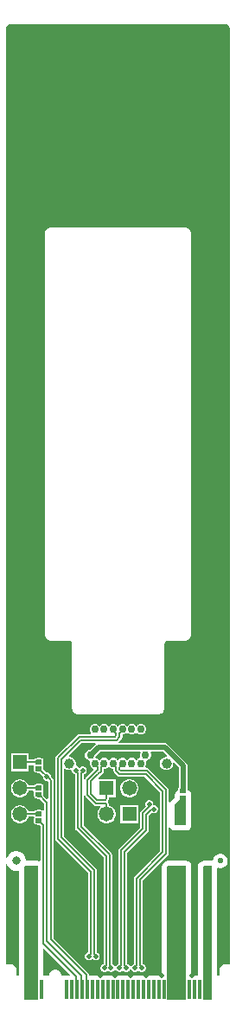
<source format=gbl>
G04*
G04 #@! TF.GenerationSoftware,Altium Limited,Altium Designer,24.5.2 (23)*
G04*
G04 Layer_Physical_Order=2*
G04 Layer_Color=16711680*
%FSLAX44Y44*%
%MOMM*%
G71*
G04*
G04 #@! TF.SameCoordinates,B7296A9B-97E8-4630-929D-2966843682D6*
G04*
G04*
G04 #@! TF.FilePolarity,Positive*
G04*
G01*
G75*
%ADD11C,0.2000*%
%ADD33R,1.4732X1.4732*%
%ADD34C,1.4732*%
%ADD35C,5.5000*%
%ADD36O,1.2080X2.4160*%
%ADD37O,1.4080X2.8160*%
%ADD38C,0.7500*%
%ADD39C,1.0000*%
%ADD40C,0.8000*%
%ADD41C,0.5500*%
%ADD42C,0.5000*%
%ADD43R,0.4000X0.4000*%
%ADD44R,0.3500X1.9500*%
%ADD45C,0.5000*%
G36*
X34786Y240293D02*
X35500Y240000D01*
Y235750D01*
X29500D01*
X29500Y240000D01*
Y240000D01*
X30214Y240293D01*
X31728Y240592D01*
X33272Y240592D01*
X34786Y240293D01*
D02*
G37*
G36*
X35500Y229500D02*
X35500D01*
X34786Y229207D01*
X33272Y228908D01*
X31728Y228908D01*
X30214Y229207D01*
X29500Y229500D01*
X29500Y233750D01*
X35500D01*
X35500Y229500D01*
D02*
G37*
G36*
X34786Y215043D02*
X35500Y214750D01*
Y210500D01*
X29500D01*
X29500Y214750D01*
Y214750D01*
X30214Y215043D01*
X31728Y215342D01*
X33272Y215342D01*
X34786Y215043D01*
D02*
G37*
G36*
X35500Y204250D02*
X35500D01*
X34786Y203957D01*
X33272Y203658D01*
X31728Y203658D01*
X30214Y203957D01*
X29500Y204250D01*
X29500Y208500D01*
X35500D01*
X35500Y204250D01*
D02*
G37*
G36*
X34786Y189543D02*
X35500Y189250D01*
Y185000D01*
X29500D01*
X29500Y189250D01*
Y189250D01*
X30214Y189543D01*
X31728Y189842D01*
X33272Y189842D01*
X34786Y189543D01*
D02*
G37*
G36*
X35500Y178750D02*
X35500D01*
X34786Y178457D01*
X33272Y178158D01*
X31728Y178158D01*
X30214Y178457D01*
X29500Y178750D01*
X29500Y183000D01*
X35500D01*
X35500Y178750D01*
D02*
G37*
G36*
X217832Y959488D02*
X219238Y958082D01*
X220000Y956245D01*
Y955250D01*
Y41999D01*
Y41601D01*
X219695Y40867D01*
X219133Y40304D01*
X218398Y40000D01*
X214500Y40000D01*
X213525Y39904D01*
X211722Y39158D01*
X210342Y37779D01*
X209686Y36194D01*
X209595Y35977D01*
X209499Y35001D01*
X209499D01*
X209499Y35001D01*
X209499Y28999D01*
X206848D01*
X206848Y133790D01*
X208118Y134576D01*
X209334Y134250D01*
X211178D01*
X212958Y134727D01*
X214554Y135649D01*
X215857Y136952D01*
X216779Y138548D01*
X217256Y140328D01*
Y142171D01*
X216779Y143952D01*
X215857Y145548D01*
X214554Y146851D01*
X212958Y147773D01*
X211178Y148250D01*
X209334D01*
X207554Y147773D01*
X205958Y146851D01*
X204655Y145548D01*
X203733Y143952D01*
X203256Y142172D01*
X201986Y141301D01*
X201750Y141348D01*
X194148Y141348D01*
X192197Y140960D01*
X190543Y139855D01*
X189645Y138957D01*
X188540Y137303D01*
X188152Y135352D01*
X188152Y28999D01*
X181849D01*
X181849Y136250D01*
X181461Y138201D01*
X180356Y139855D01*
X180356Y139855D01*
X178702Y140960D01*
X176751Y141348D01*
X159148Y141348D01*
X157197Y140960D01*
X155543Y139855D01*
X154645Y138957D01*
X153540Y137303D01*
X153152Y135352D01*
X153152Y28999D01*
X81799Y28999D01*
Y29750D01*
X81605Y30726D01*
X81052Y31552D01*
X46799Y65806D01*
Y220000D01*
X46605Y220975D01*
X46052Y221802D01*
X44500Y223355D01*
Y224546D01*
X43891Y226016D01*
X42766Y227141D01*
X41296Y227750D01*
X40105D01*
X37124Y230731D01*
X37124Y233750D01*
X36709Y234750D01*
X37124Y235750D01*
Y240000D01*
X36999Y240301D01*
X36998Y240626D01*
X36771Y240852D01*
X36648Y241148D01*
X36348Y241273D01*
X36117Y241502D01*
X35403Y241795D01*
X35238Y241795D01*
X35101Y241886D01*
X33586Y242185D01*
X33424Y242152D01*
X33272Y242216D01*
X31728Y242216D01*
X31576Y242152D01*
X31414Y242185D01*
X29900Y241886D01*
X29762Y241794D01*
X29597Y241795D01*
X28883Y241502D01*
X28653Y241273D01*
X28352Y241148D01*
X28229Y240852D01*
X28002Y240626D01*
X28001Y240301D01*
X28000Y240299D01*
X22832D01*
Y246666D01*
X5100D01*
Y228934D01*
X22832D01*
Y235201D01*
X27103D01*
X27951Y233931D01*
X27876Y233750D01*
X27876Y229500D01*
X28001Y229200D01*
X28002Y228874D01*
X28229Y228648D01*
X28352Y228352D01*
X28652Y228227D01*
X28883Y227998D01*
X29597Y227705D01*
X29762Y227705D01*
X29899Y227614D01*
X31414Y227315D01*
X31576Y227348D01*
X31728Y227284D01*
X33272Y227284D01*
X33335Y227311D01*
X36500Y224145D01*
Y222954D01*
X37109Y221484D01*
X38234Y220359D01*
X39704Y219750D01*
X40895D01*
X41701Y218944D01*
Y202563D01*
X40528Y202077D01*
X37124Y205481D01*
X37124Y208500D01*
X36709Y209500D01*
X37124Y210500D01*
Y214750D01*
X36999Y215051D01*
X36998Y215376D01*
X36771Y215602D01*
X36648Y215898D01*
X36348Y216023D01*
X36117Y216252D01*
X35403Y216545D01*
X35238Y216545D01*
X35101Y216636D01*
X33586Y216935D01*
X33424Y216903D01*
X33272Y216966D01*
X31728Y216966D01*
X31576Y216903D01*
X31414Y216935D01*
X29900Y216636D01*
X29762Y216545D01*
X29597Y216545D01*
X28883Y216252D01*
X28653Y216023D01*
X28352Y215898D01*
X28229Y215602D01*
X28002Y215376D01*
X28001Y215051D01*
X27980Y214999D01*
X22448D01*
X22228Y215822D01*
X21061Y217844D01*
X19410Y219495D01*
X17388Y220662D01*
X15133Y221266D01*
X12799D01*
X10544Y220662D01*
X8522Y219495D01*
X6871Y217844D01*
X5704Y215822D01*
X5100Y213567D01*
Y211233D01*
X5704Y208978D01*
X6871Y206956D01*
X8522Y205305D01*
X10544Y204138D01*
X12799Y203534D01*
X15133D01*
X17388Y204138D01*
X19410Y205305D01*
X21061Y206956D01*
X22228Y208978D01*
X22475Y209901D01*
X27082D01*
X27931Y208631D01*
X27876Y208500D01*
X27876Y204250D01*
X28001Y203950D01*
X28002Y203624D01*
X28229Y203398D01*
X28352Y203102D01*
X28652Y202977D01*
X28883Y202748D01*
X29597Y202455D01*
X29762Y202455D01*
X29899Y202364D01*
X31414Y202065D01*
X31576Y202097D01*
X31728Y202034D01*
X33272Y202034D01*
X33335Y202061D01*
X37951Y197444D01*
Y191008D01*
X36807Y190336D01*
X36648Y190398D01*
X36348Y190523D01*
X36117Y190752D01*
X35403Y191045D01*
X35238Y191045D01*
X35101Y191136D01*
X33586Y191435D01*
X33424Y191402D01*
X33272Y191466D01*
X31728Y191466D01*
X31576Y191402D01*
X31414Y191435D01*
X29900Y191136D01*
X29762Y191045D01*
X29597Y191045D01*
X28883Y190752D01*
X28653Y190523D01*
X28352Y190398D01*
X28229Y190102D01*
X28002Y189876D01*
X28001Y189550D01*
X28000Y189549D01*
X22462D01*
X22228Y190422D01*
X21061Y192444D01*
X19410Y194095D01*
X17388Y195262D01*
X15133Y195866D01*
X12799D01*
X10544Y195262D01*
X8522Y194095D01*
X6871Y192444D01*
X5704Y190422D01*
X5100Y188167D01*
Y185833D01*
X5704Y183578D01*
X6871Y181556D01*
X8522Y179905D01*
X10544Y178738D01*
X12799Y178134D01*
X15133D01*
X17388Y178738D01*
X19410Y179905D01*
X21061Y181556D01*
X22228Y183578D01*
X22462Y184451D01*
X27103D01*
X27951Y183181D01*
X27876Y183000D01*
X27876Y178750D01*
X28001Y178449D01*
X28002Y178124D01*
X28229Y177898D01*
X28352Y177602D01*
X28652Y177477D01*
X28883Y177248D01*
X29597Y176955D01*
X29762Y176955D01*
X29899Y176864D01*
X31414Y176565D01*
X31576Y176597D01*
X31728Y176534D01*
X33272Y176534D01*
X33335Y176560D01*
X34201Y175694D01*
Y142057D01*
X34188Y142027D01*
X32931Y141113D01*
X31750Y141348D01*
X19756Y141348D01*
Y142501D01*
X19109Y144917D01*
X17858Y147083D01*
X16089Y148852D01*
X13923Y150103D01*
X11507Y150750D01*
X9005D01*
X6589Y150103D01*
X4423Y148852D01*
X2654Y147083D01*
X1403Y144917D01*
X1270Y144419D01*
X-0Y144586D01*
X-0Y955250D01*
Y956244D01*
X761Y958082D01*
X2167Y959488D01*
X4004Y960249D01*
X4999D01*
X4999Y960249D01*
X215995D01*
X217832Y959488D01*
D02*
G37*
G36*
X1403Y137583D02*
X2654Y135417D01*
X4423Y133648D01*
X6589Y132397D01*
X9005Y131750D01*
X11507D01*
X12140Y131920D01*
X13147Y131146D01*
X13154Y29897D01*
X12256Y28999D01*
X10500D01*
X10500Y35001D01*
X10404Y35977D01*
X9657Y37779D01*
X8277Y39158D01*
X6661Y39827D01*
X6474Y39904D01*
X5502Y39999D01*
X5499Y40000D01*
X5499Y40000D01*
X5499Y40000D01*
X1601D01*
X867Y40304D01*
X304Y40867D01*
X0Y41601D01*
X-0Y137914D01*
X1270Y138081D01*
X1403Y137583D01*
D02*
G37*
G36*
X63473Y30173D02*
X62987Y28999D01*
X54750D01*
X54635Y30170D01*
X53739Y32333D01*
X52084Y33989D01*
X49921Y34886D01*
X48750Y35001D01*
X47579Y34886D01*
X45416Y33989D01*
X43761Y32333D01*
X42884Y30214D01*
X42866Y30170D01*
X42751Y28999D01*
X36848D01*
X36848Y55138D01*
X38022Y55624D01*
X63473Y30173D01*
D02*
G37*
G36*
X201750Y136250D02*
X201750Y5500D01*
X193251D01*
X193250Y20500D01*
X193250Y135352D01*
X194148Y136250D01*
X201750Y136250D01*
D02*
G37*
G36*
X176751Y136250D02*
X176751Y26500D01*
X176750D01*
Y5500D01*
X158251D01*
Y26500D01*
X158250D01*
X158250Y135352D01*
X159148Y136250D01*
X176751Y136250D01*
D02*
G37*
G36*
X31750Y136250D02*
X31750Y26500D01*
X31749D01*
Y5500D01*
X18254D01*
X18245Y135019D01*
X19447Y136250D01*
X31750Y136250D01*
D02*
G37*
%LPC*%
G36*
X44005Y761622D02*
X43707Y761498D01*
X43384Y761498D01*
X41546Y760738D01*
X41318Y760509D01*
X41020Y760386D01*
X39613Y758979D01*
X39490Y758681D01*
X39261Y758453D01*
X38500Y756616D01*
X38500Y756293D01*
X38377Y755994D01*
X38377Y755000D01*
X38377Y755000D01*
X38377Y755000D01*
X38377Y363500D01*
Y362505D01*
X38500Y362207D01*
Y361884D01*
X39261Y360047D01*
X39490Y359818D01*
X39613Y359520D01*
X41020Y358114D01*
X41318Y357990D01*
X41546Y357762D01*
X43383Y357001D01*
X43706D01*
X44005Y356877D01*
X44999D01*
X61671Y356876D01*
X62327Y356811D01*
X63608Y356281D01*
X64530Y355358D01*
X65061Y354077D01*
X65126Y353421D01*
X65127Y291252D01*
Y290258D01*
X65251Y289960D01*
Y289637D01*
X66012Y287799D01*
X66240Y287571D01*
X66364Y287273D01*
X67770Y285867D01*
X68068Y285743D01*
X68297Y285515D01*
X70134Y284754D01*
X70457D01*
X70755Y284630D01*
X71750D01*
X148751Y284631D01*
X149745D01*
X150043Y284754D01*
X150366D01*
X152204Y285515D01*
X152432Y285743D01*
X152731Y285867D01*
X154137Y287273D01*
X154260Y287572D01*
X154488Y287800D01*
X155250Y289637D01*
Y289960D01*
X155373Y290259D01*
Y291253D01*
X155374Y353421D01*
X155439Y354077D01*
X155969Y355358D01*
X156892Y356280D01*
X158173Y356811D01*
X158829Y356876D01*
X175001Y356877D01*
X175995D01*
X176294Y357001D01*
X176616D01*
X178454Y357762D01*
X178682Y357990D01*
X178980Y358114D01*
X180387Y359520D01*
X180510Y359818D01*
X180739Y360047D01*
X181500Y361884D01*
Y362207D01*
X181623Y362505D01*
Y363500D01*
Y755000D01*
Y755994D01*
X181500Y756292D01*
Y756615D01*
X180739Y758453D01*
X180510Y758681D01*
X180387Y758979D01*
X178980Y760385D01*
X178682Y760509D01*
X178454Y760737D01*
X176616Y761498D01*
X176294D01*
X175995Y761622D01*
X44999D01*
X44999Y761622D01*
X44005Y761622D01*
D02*
G37*
G36*
X133544Y275500D02*
X131456D01*
X129526Y274701D01*
X128830Y274004D01*
X128000Y273268D01*
X127170Y274004D01*
X126474Y274701D01*
X124544Y275500D01*
X122456D01*
X120526Y274701D01*
X119830Y274004D01*
X119000Y273268D01*
X118170Y274004D01*
X117474Y274701D01*
X115544Y275500D01*
X113456D01*
X111526Y274701D01*
X110830Y274004D01*
X110000Y273268D01*
X109170Y274004D01*
X108474Y274701D01*
X106544Y275500D01*
X104456D01*
X102526Y274701D01*
X101830Y274004D01*
X101000Y273268D01*
X100170Y274004D01*
X99474Y274701D01*
X97544Y275500D01*
X95456D01*
X93526Y274701D01*
X92830Y274004D01*
X92000Y273268D01*
X91170Y274004D01*
X90474Y274701D01*
X88544Y275500D01*
X86456D01*
X84526Y274701D01*
X83049Y273224D01*
X82250Y271294D01*
Y269206D01*
X83049Y267276D01*
X83506Y266819D01*
X82980Y265549D01*
X72000D01*
X71024Y265355D01*
X70198Y264802D01*
X49448Y244052D01*
X48895Y243225D01*
X48701Y242250D01*
Y162750D01*
X48895Y161775D01*
X49448Y160948D01*
X80701Y129694D01*
Y51895D01*
X79484Y51391D01*
X78359Y50266D01*
X77750Y48796D01*
Y47204D01*
X78359Y45734D01*
X79484Y44609D01*
X80954Y44000D01*
X82546D01*
X84016Y44609D01*
X85000Y45593D01*
X85984Y44609D01*
X87454Y44000D01*
X89046D01*
X90516Y44609D01*
X91641Y45734D01*
X92250Y47204D01*
Y48796D01*
X91641Y50266D01*
X90516Y51391D01*
X89299Y51895D01*
Y132200D01*
X89105Y133175D01*
X88552Y134002D01*
X57299Y165256D01*
Y231099D01*
X57896Y231347D01*
X58569Y231514D01*
X59991Y230693D01*
X61644Y230250D01*
X63356D01*
X63993Y230421D01*
X65000Y229648D01*
Y229204D01*
X65609Y227734D01*
X66734Y226609D01*
X67951Y226105D01*
Y201740D01*
X67951Y201740D01*
Y173500D01*
X68145Y172525D01*
X68698Y171698D01*
X95702Y144693D01*
Y40395D01*
X94486Y39891D01*
X93360Y38766D01*
X92751Y37296D01*
Y35704D01*
X93360Y34234D01*
X94486Y33109D01*
X95956Y32500D01*
X97547D01*
X99017Y33109D01*
X100001Y34093D01*
X100986Y33109D01*
X102456Y32500D01*
X104047D01*
X105517Y33109D01*
X106642Y34234D01*
X106813Y34647D01*
X108188D01*
X108359Y34234D01*
X109484Y33109D01*
X110954Y32500D01*
X112546D01*
X114016Y33109D01*
X115000Y34093D01*
X115984Y33109D01*
X117454Y32500D01*
X119046D01*
X120516Y33109D01*
X121641Y34234D01*
X121813Y34650D01*
X123188D01*
X123360Y34234D01*
X124486Y33109D01*
X125956Y32500D01*
X127547D01*
X129017Y33109D01*
X130001Y34093D01*
X130985Y33109D01*
X132456Y32500D01*
X134047D01*
X135517Y33109D01*
X136642Y34234D01*
X137251Y35704D01*
Y37296D01*
X136642Y38766D01*
X135517Y39891D01*
X134300Y40395D01*
Y82165D01*
X134324Y82285D01*
Y121719D01*
X159052Y146448D01*
X159605Y147275D01*
X159799Y148250D01*
Y173496D01*
X161069Y173882D01*
X161895Y172645D01*
X163549Y171540D01*
X165500Y171152D01*
X176750D01*
X178701Y171540D01*
X180355Y172645D01*
X181460Y174299D01*
X181848Y176250D01*
Y205500D01*
X181460Y207451D01*
X180355Y209105D01*
X178701Y210210D01*
X178374Y210275D01*
Y211750D01*
X178249Y212050D01*
X178248Y212376D01*
X178021Y212602D01*
X177898Y212898D01*
X177828Y212927D01*
Y234750D01*
X177518Y236311D01*
X176634Y237634D01*
X176634Y237634D01*
X158884Y255384D01*
X157561Y256268D01*
X156000Y256578D01*
X156000Y256578D01*
X110941D01*
X110585Y257232D01*
X110481Y257848D01*
X113552Y260919D01*
X114105Y261746D01*
X114299Y262722D01*
Y265000D01*
X115544D01*
X117474Y265799D01*
X118170Y266496D01*
X119000Y267232D01*
X119830Y266496D01*
X120526Y265799D01*
X122456Y265000D01*
X124544D01*
X126474Y265799D01*
X127170Y266496D01*
X128000Y267232D01*
X128830Y266496D01*
X129526Y265799D01*
X131456Y265000D01*
X133544D01*
X135474Y265799D01*
X136951Y267276D01*
X137750Y269206D01*
Y271294D01*
X136951Y273224D01*
X135474Y274701D01*
X133544Y275500D01*
D02*
G37*
%LPD*%
G36*
X132312Y247152D02*
X131750Y245794D01*
Y243706D01*
X131991Y243124D01*
X131137Y241868D01*
X129526Y241201D01*
X128830Y240504D01*
X128000Y239768D01*
X127170Y240504D01*
X126474Y241201D01*
X124544Y242000D01*
X122456D01*
X120526Y241201D01*
X119830Y240504D01*
X119000Y239768D01*
X118170Y240504D01*
X117474Y241201D01*
X115544Y242000D01*
X113456D01*
X111526Y241201D01*
X110830Y240504D01*
X110000Y239768D01*
X109170Y240504D01*
X108474Y241201D01*
X106544Y242000D01*
X104456D01*
X102526Y241201D01*
X101830Y240504D01*
X101000Y239768D01*
X100170Y240504D01*
X99474Y241201D01*
X97544Y242000D01*
X95456D01*
X93526Y241201D01*
X92830Y240504D01*
X92000Y239768D01*
X91170Y240504D01*
X90474Y241201D01*
X88863Y241868D01*
X88009Y243124D01*
X88250Y243706D01*
Y244232D01*
X92439Y248422D01*
X131588D01*
X132312Y247152D01*
D02*
G37*
G36*
X88311Y255681D02*
X87866Y255384D01*
X82482Y250000D01*
X81956D01*
X80026Y249201D01*
X78549Y247724D01*
X77750Y245794D01*
Y243706D01*
X78549Y241776D01*
X80026Y240299D01*
X81637Y239632D01*
X82491Y238376D01*
X82250Y237794D01*
Y235706D01*
X83049Y233776D01*
X84526Y232299D01*
X85850Y231751D01*
X86222Y230327D01*
X78448Y222552D01*
X77895Y221725D01*
X77819Y221343D01*
X76549Y221468D01*
Y226105D01*
X77766Y226609D01*
X78891Y227734D01*
X79500Y229204D01*
Y230796D01*
X78891Y232266D01*
X77766Y233391D01*
X76296Y234000D01*
X74704D01*
X73234Y233391D01*
X72250Y232407D01*
X71266Y233391D01*
X69796Y234000D01*
X68833Y235270D01*
X69000Y235894D01*
Y237606D01*
X68557Y239259D01*
X67701Y240741D01*
X66491Y241951D01*
X65009Y242807D01*
X63356Y243250D01*
X62600D01*
X62074Y244520D01*
X74506Y256951D01*
X87926D01*
X88311Y255681D01*
D02*
G37*
G36*
X176036Y212043D02*
X176750Y211750D01*
Y207500D01*
X170750D01*
X170750Y211750D01*
Y211750D01*
X171464Y212043D01*
X172978Y212342D01*
X174522Y212342D01*
X176036Y212043D01*
D02*
G37*
G36*
X158212Y244520D02*
X157686Y243250D01*
X156644D01*
X154991Y242807D01*
X153509Y241951D01*
X152299Y240741D01*
X151443Y239259D01*
X151000Y237606D01*
Y235894D01*
X151443Y234241D01*
X152299Y232759D01*
X153509Y231549D01*
X154991Y230693D01*
X156644Y230250D01*
X158356D01*
X160009Y230693D01*
X161491Y231549D01*
X162701Y232759D01*
X163557Y234241D01*
X164000Y235894D01*
Y236936D01*
X165270Y237462D01*
X169672Y233061D01*
Y212927D01*
X169602Y212898D01*
X169479Y212602D01*
X169252Y212376D01*
X169251Y212050D01*
X169126Y211750D01*
Y210275D01*
X168799Y210210D01*
X167145Y209105D01*
X166040Y207451D01*
X165652Y205500D01*
Y203612D01*
X161895Y199855D01*
X161069Y198618D01*
X159799Y199004D01*
Y211200D01*
X159605Y212175D01*
X159052Y213002D01*
X140502Y231552D01*
X139675Y232105D01*
X138700Y232299D01*
X137270D01*
X136744Y233569D01*
X136951Y233776D01*
X137750Y235706D01*
Y237794D01*
X137509Y238376D01*
X138363Y239632D01*
X139974Y240299D01*
X141451Y241776D01*
X142250Y243706D01*
Y245794D01*
X141688Y247152D01*
X142412Y248422D01*
X154311D01*
X158212Y244520D01*
D02*
G37*
G36*
X101830Y232996D02*
X102526Y232299D01*
X104456Y231500D01*
X105701D01*
Y229472D01*
X105895Y228496D01*
X106448Y227669D01*
X109670Y224448D01*
X110496Y223895D01*
X111472Y223701D01*
X126111D01*
X126111Y223701D01*
X136194D01*
X151201Y208694D01*
Y150756D01*
X126473Y126027D01*
X125920Y125200D01*
X125726Y124225D01*
Y83830D01*
X125702Y83711D01*
Y40395D01*
X124486Y39891D01*
X123360Y38766D01*
X123188Y38350D01*
X121813D01*
X121641Y38766D01*
X120516Y39891D01*
X119299Y40395D01*
Y149444D01*
X139552Y169698D01*
X140105Y170525D01*
X140299Y171500D01*
Y185565D01*
X143237Y188504D01*
X144454Y188000D01*
X146046D01*
X147516Y188609D01*
X148641Y189734D01*
X149250Y191204D01*
Y192796D01*
X148641Y194266D01*
X147516Y195391D01*
X146046Y196000D01*
X144654D01*
Y197392D01*
X144045Y198862D01*
X142920Y199987D01*
X141449Y200596D01*
X139858D01*
X138388Y199987D01*
X137263Y198862D01*
X136654Y197392D01*
Y195800D01*
X137158Y194584D01*
X132448Y189873D01*
X131895Y189046D01*
X131701Y188071D01*
Y174006D01*
X111448Y153752D01*
X110895Y152925D01*
X110701Y151950D01*
Y40395D01*
X109484Y39891D01*
X108359Y38766D01*
X108188Y38353D01*
X106813D01*
X106642Y38766D01*
X105517Y39891D01*
X104300Y40395D01*
Y147198D01*
X104106Y148174D01*
X103554Y149001D01*
X76549Y176005D01*
Y203189D01*
X76549Y203190D01*
Y205032D01*
X77819Y205157D01*
X77895Y204774D01*
X78448Y203948D01*
X86448Y195948D01*
X87275Y195395D01*
X88250Y195201D01*
X92670D01*
X93043Y193931D01*
X91655Y192544D01*
X90488Y190522D01*
X89884Y188267D01*
Y185933D01*
X90488Y183678D01*
X91655Y181656D01*
X93306Y180005D01*
X95328Y178838D01*
X97583Y178234D01*
X99917D01*
X102172Y178838D01*
X104194Y180005D01*
X105845Y181656D01*
X107012Y183678D01*
X107616Y185933D01*
Y188267D01*
X107012Y190522D01*
X105845Y192544D01*
X104194Y194195D01*
X102172Y195362D01*
X101299Y195596D01*
Y196578D01*
X101105Y197554D01*
X100552Y198381D01*
X100068Y198865D01*
Y200135D01*
X100552Y200619D01*
X101105Y201446D01*
X101299Y202422D01*
Y203634D01*
X107616D01*
Y221366D01*
X91217D01*
X90690Y222636D01*
X92063Y224008D01*
X92331Y224187D01*
X95552Y227409D01*
X96105Y228236D01*
X96299Y229211D01*
Y231500D01*
X97544D01*
X99474Y232299D01*
X100170Y232996D01*
X101000Y233732D01*
X101830Y232996D01*
D02*
G37*
G36*
X176750Y176250D02*
X165500D01*
Y196250D01*
X170750Y201500D01*
X170750Y205500D01*
X176750D01*
Y176250D01*
D02*
G37*
%LPC*%
G36*
X122417Y221366D02*
X120083D01*
X117828Y220762D01*
X115806Y219595D01*
X114155Y217944D01*
X112988Y215922D01*
X112384Y213667D01*
Y211333D01*
X112988Y209078D01*
X114155Y207056D01*
X115806Y205405D01*
X117828Y204238D01*
X120083Y203634D01*
X122417D01*
X124672Y204238D01*
X126694Y205405D01*
X128345Y207056D01*
X129512Y209078D01*
X130116Y211333D01*
Y213667D01*
X129512Y215922D01*
X128345Y217944D01*
X126694Y219595D01*
X124672Y220762D01*
X122417Y221366D01*
D02*
G37*
G36*
X130116Y195966D02*
X112384D01*
Y178234D01*
X130116D01*
Y195966D01*
D02*
G37*
%LPD*%
D11*
X36750Y60500D02*
X69250Y28000D01*
X40500Y62750D02*
X74249Y29001D01*
X36750Y60500D02*
Y176750D01*
X32500Y231750D02*
X44250Y220000D01*
X32500Y206500D02*
X40500Y198500D01*
X44250Y64750D02*
Y220000D01*
X32500Y181000D02*
X36750Y176750D01*
X44250Y64750D02*
X79250Y29750D01*
X40500Y62750D02*
Y198500D01*
X69250Y16000D02*
Y28000D01*
X74249Y16000D02*
Y29001D01*
X138700Y229750D02*
X157250Y211200D01*
X131775Y122775D02*
X157250Y148250D01*
Y211200D01*
X153750Y149700D02*
Y209750D01*
X137250Y226250D02*
X153750Y209750D01*
X128275Y124225D02*
X153750Y149700D01*
X74000Y227688D02*
X75500Y229188D01*
Y230000D01*
X69000Y229188D02*
Y230000D01*
X70500Y201740D02*
Y227688D01*
Y201740D02*
X70500Y201740D01*
X74000Y203189D02*
Y227688D01*
X74000Y174950D02*
Y203189D01*
X70500Y173500D02*
Y201740D01*
X74000Y203189D02*
X74000Y203189D01*
X69000Y229188D02*
X70500Y227688D01*
X70500Y173500D02*
X98251Y145749D01*
X74000Y174950D02*
X101751Y147198D01*
X90439Y225990D02*
X90528D01*
X80250Y220750D02*
X88990Y229490D01*
X90528Y225990D02*
X93750Y229211D01*
X83750Y219300D02*
X90439Y225990D01*
X73450Y259500D02*
X89839D01*
X72000Y263000D02*
X91289D01*
X51250Y242250D02*
X72000Y263000D01*
X54750Y240800D02*
X73450Y259500D01*
X80250Y205750D02*
Y220750D01*
X83750Y207200D02*
Y219300D01*
X89078Y229490D02*
X90250Y230661D01*
X87500Y235578D02*
X90250Y232828D01*
X87500Y235578D02*
Y236750D01*
X88990Y229490D02*
X89078D01*
X90250Y230661D02*
Y232828D01*
X83750Y207200D02*
X89700Y201250D01*
X97578D02*
X98750Y202422D01*
Y212200D01*
X89700Y201250D02*
X97578D01*
X80250Y205750D02*
X88250Y197750D01*
X54750Y164200D02*
Y240800D01*
X51250Y162750D02*
Y242250D01*
X98251Y38812D02*
Y145749D01*
X101751Y38812D02*
Y147198D01*
X54750Y164200D02*
X86750Y132200D01*
X51250Y162750D02*
X83250Y130750D01*
X91289Y263000D02*
X107078D01*
X89839Y259500D02*
X89839Y259500D01*
X108528D01*
X91289Y263000D02*
X91289Y263000D01*
X108250Y264172D02*
Y266328D01*
X107078Y263000D02*
X108250Y264172D01*
X111750Y262722D02*
Y266328D01*
X108528Y259500D02*
X111750Y262722D01*
Y266328D02*
X114500Y269078D01*
X105500Y269078D02*
X108250Y266328D01*
X13966Y187000D02*
X32500D01*
X14016Y212450D02*
X32450D01*
X32500Y212500D01*
X13966Y212400D02*
X14016Y212450D01*
Y237750D02*
X32500D01*
X13966Y237800D02*
X14016Y237750D01*
X79250Y16000D02*
Y29750D01*
X86750Y50312D02*
Y132200D01*
X83250Y50312D02*
Y130750D01*
X79250Y16000D02*
X80000Y15250D01*
X74249Y16000D02*
X74999Y15250D01*
X69250Y16000D02*
X70000Y15250D01*
X103251Y36500D02*
Y37312D01*
X96751D02*
X98251Y38812D01*
X101751D02*
X103251Y37312D01*
X96751Y36500D02*
Y37312D01*
X88250Y197750D02*
X97578D01*
X137750Y171500D02*
Y186621D01*
X140080Y193901D02*
Y196022D01*
X142555Y191426D02*
X144676D01*
X134250Y172950D02*
Y188071D01*
X140080Y193901D01*
Y196022D02*
X140654Y196596D01*
X137750Y186621D02*
X142555Y191426D01*
X144676D02*
X145250Y192000D01*
X116750Y150500D02*
X137750Y171500D01*
X113250Y151950D02*
X134250Y172950D01*
X116750Y38812D02*
Y150500D01*
X113250Y38812D02*
Y151950D01*
X98750Y186800D02*
Y196578D01*
X97578Y197750D02*
X98750Y196578D01*
X93750Y232828D02*
X96500Y235578D01*
X93750Y229211D02*
Y232828D01*
X96500Y235578D02*
Y236750D01*
X111750Y232828D02*
X114500Y235578D01*
X111750Y230921D02*
Y232828D01*
X126111Y226250D02*
X126111Y226250D01*
X108250Y229472D02*
X111472Y226250D01*
X126111D01*
X124661Y229750D02*
X124661Y229750D01*
X112922Y229750D02*
X124661D01*
X108250Y229472D02*
Y232828D01*
X126111Y226250D02*
X137250D01*
X124661Y229750D02*
X138700D01*
X114500Y235578D02*
Y236750D01*
X111750Y230921D02*
X112922Y229750D01*
X105500Y235578D02*
X108250Y232828D01*
X105500Y235578D02*
Y236750D01*
X128275Y83735D02*
Y124225D01*
X131775Y82285D02*
Y122775D01*
X128251Y83711D02*
X128275Y83735D01*
X131751Y38812D02*
Y82261D01*
X131775Y82285D01*
X128251Y38812D02*
Y83711D01*
X116750Y38812D02*
X118250Y37312D01*
X111750Y36500D02*
Y37312D01*
X113250Y38812D01*
X118250Y36500D02*
Y37312D01*
X126751D02*
X128251Y38812D01*
X126751Y36500D02*
Y37312D01*
X133251Y36500D02*
Y37312D01*
X131751Y38812D02*
X133251Y37312D01*
X114500Y269078D02*
Y270250D01*
X105500Y269078D02*
Y270250D01*
D33*
X121250Y187100D02*
D03*
X98750Y212500D02*
D03*
X13966Y237800D02*
D03*
D34*
X98750Y187100D02*
D03*
X121250Y212500D02*
D03*
X13966Y212400D02*
D03*
Y187000D02*
D03*
D35*
X110000Y800000D02*
D03*
Y917250D02*
D03*
D36*
X58000Y323250D02*
D03*
X162000D02*
D03*
D37*
X165000Y268250D02*
D03*
X55000D02*
D03*
D38*
X83000Y278250D02*
D03*
X101000D02*
D03*
X119000D02*
D03*
X137000D02*
D03*
X132500Y270250D02*
D03*
X123500D02*
D03*
X87500D02*
D03*
X96500D02*
D03*
X105500D02*
D03*
X114500D02*
D03*
X83000Y244750D02*
D03*
X101000D02*
D03*
X119000D02*
D03*
X137000D02*
D03*
X132500Y236750D02*
D03*
X123500D02*
D03*
X87500D02*
D03*
X96500D02*
D03*
X105500D02*
D03*
X114500D02*
D03*
D39*
X62500D02*
D03*
X157500D02*
D03*
D40*
X10256Y141250D02*
D03*
D41*
X210256D02*
D03*
D42*
X40500Y223750D02*
D03*
X107500Y143250D02*
D03*
X60000Y170250D02*
D03*
X200000Y190000D02*
D03*
Y210000D02*
D03*
Y230000D02*
D03*
X43750Y251000D02*
D03*
Y236500D02*
D03*
X82500Y230250D02*
D03*
X111250Y220250D02*
D03*
X140000Y234750D02*
D03*
X153750Y245000D02*
D03*
X138500Y210500D02*
D03*
X115250Y259000D02*
D03*
X122750D02*
D03*
X119000Y263750D02*
D03*
X100750Y228500D02*
D03*
X145250Y173000D02*
D03*
X59000Y141250D02*
D03*
X77500Y40500D02*
D03*
X161750Y224500D02*
D03*
X51250Y151750D02*
D03*
X59500Y64250D02*
D03*
X53750Y95000D02*
D03*
Y75250D02*
D03*
X42000Y43250D02*
D03*
X174250Y178750D02*
D03*
X168000D02*
D03*
X65250Y224000D02*
D03*
X79250Y236000D02*
D03*
X75500Y230000D02*
D03*
X69000D02*
D03*
X89500Y178000D02*
D03*
X6000Y127750D02*
D03*
X77500Y55000D02*
D03*
X93250Y55000D02*
D03*
X88250Y48000D02*
D03*
X81750D02*
D03*
X93250Y82250D02*
D03*
X103251Y36500D02*
D03*
X96751D02*
D03*
X20000Y950000D02*
D03*
X80000Y950000D02*
D03*
X40000D02*
D03*
X60000D02*
D03*
X160000D02*
D03*
X180000D02*
D03*
X140000D02*
D03*
X200000Y950000D02*
D03*
X100000Y870000D02*
D03*
X120000D02*
D03*
X140000D02*
D03*
X109500Y178000D02*
D03*
X214512Y127750D02*
D03*
Y163250D02*
D03*
X6000D02*
D03*
X138000Y143250D02*
D03*
X123000D02*
D03*
X89500D02*
D03*
X122750Y82250D02*
D03*
X107750D02*
D03*
X5996Y46250D02*
D03*
Y66000D02*
D03*
X214000Y66000D02*
D03*
Y46250D02*
D03*
X185000Y57250D02*
D03*
Y78750D02*
D03*
X197500Y122500D02*
D03*
Y112500D02*
D03*
Y132500D02*
D03*
X172500D02*
D03*
Y112500D02*
D03*
Y122500D02*
D03*
X162500Y132500D02*
D03*
Y112500D02*
D03*
Y122500D02*
D03*
X25000D02*
D03*
Y112500D02*
D03*
Y132500D02*
D03*
X92501Y29327D02*
D03*
X133654Y196846D02*
D03*
X145000Y185000D02*
D03*
X140654Y196596D02*
D03*
X145250Y192000D02*
D03*
X133251Y36500D02*
D03*
X126751D02*
D03*
X137756Y29369D02*
D03*
X122501Y29327D02*
D03*
X107502D02*
D03*
X111750Y36500D02*
D03*
X118250D02*
D03*
X152501Y29327D02*
D03*
X180000Y770000D02*
D03*
X160000D02*
D03*
X60000Y770000D02*
D03*
X40000D02*
D03*
Y790000D02*
D03*
X60000D02*
D03*
X160000Y790000D02*
D03*
X180000D02*
D03*
X40000Y810000D02*
D03*
X60000D02*
D03*
X160000Y810000D02*
D03*
X180000D02*
D03*
X92499Y782499D02*
D03*
X127501Y782499D02*
D03*
X110000Y775250D02*
D03*
X85250Y800000D02*
D03*
X134750Y800000D02*
D03*
X60000Y930000D02*
D03*
X180000Y930000D02*
D03*
X160000D02*
D03*
X180000Y910000D02*
D03*
X160000D02*
D03*
X180000Y890000D02*
D03*
X160000D02*
D03*
X180000Y870000D02*
D03*
X160000D02*
D03*
X180000Y830000D02*
D03*
X160000D02*
D03*
X60000Y830000D02*
D03*
X40000D02*
D03*
X44000Y878000D02*
D03*
Y898000D02*
D03*
X160000Y850000D02*
D03*
X180000D02*
D03*
X140000D02*
D03*
X120000D02*
D03*
X100000D02*
D03*
X200000Y250000D02*
D03*
Y270000D02*
D03*
Y290000D02*
D03*
Y850000D02*
D03*
Y870000D02*
D03*
Y930000D02*
D03*
Y910000D02*
D03*
Y890000D02*
D03*
X20000Y930000D02*
D03*
Y810000D02*
D03*
Y830000D02*
D03*
Y730000D02*
D03*
Y750000D02*
D03*
Y790000D02*
D03*
Y770000D02*
D03*
Y650000D02*
D03*
Y670000D02*
D03*
Y710000D02*
D03*
Y690000D02*
D03*
Y410000D02*
D03*
Y430000D02*
D03*
Y470000D02*
D03*
Y450000D02*
D03*
Y330000D02*
D03*
Y350000D02*
D03*
Y390000D02*
D03*
Y370000D02*
D03*
Y310000D02*
D03*
X127501Y817501D02*
D03*
X92499Y817501D02*
D03*
X110000Y824750D02*
D03*
X134750Y917250D02*
D03*
X110000Y942000D02*
D03*
X85250Y917250D02*
D03*
X110000Y892500D02*
D03*
X127501Y899749D02*
D03*
X92499Y899749D02*
D03*
X92499Y934751D02*
D03*
X127501Y934751D02*
D03*
X182500Y29327D02*
D03*
D43*
X173750Y203500D02*
D03*
Y209500D02*
D03*
X32500Y187000D02*
D03*
Y181000D02*
D03*
Y212500D02*
D03*
Y206500D02*
D03*
Y237750D02*
D03*
Y231750D02*
D03*
D44*
X200000Y15250D02*
D03*
X195001D02*
D03*
X190000D02*
D03*
X185001D02*
D03*
X180000D02*
D03*
X175001D02*
D03*
X170000D02*
D03*
X165001D02*
D03*
X160000D02*
D03*
X155001D02*
D03*
X150000D02*
D03*
X145001D02*
D03*
X140000D02*
D03*
X135001D02*
D03*
X130000D02*
D03*
X125001D02*
D03*
X120000D02*
D03*
X115001D02*
D03*
X110000D02*
D03*
X104999D02*
D03*
X100000D02*
D03*
X94999D02*
D03*
X90000D02*
D03*
X84999D02*
D03*
X80000D02*
D03*
X74999D02*
D03*
X70000D02*
D03*
X64999D02*
D03*
X60000D02*
D03*
X34999D02*
D03*
X30000D02*
D03*
X24999D02*
D03*
X20000D02*
D03*
D45*
X90750Y252500D02*
X156000D01*
X83205Y244955D02*
X90750Y252500D01*
X156000D02*
X173750Y234750D01*
Y210310D02*
Y234750D01*
M02*

</source>
